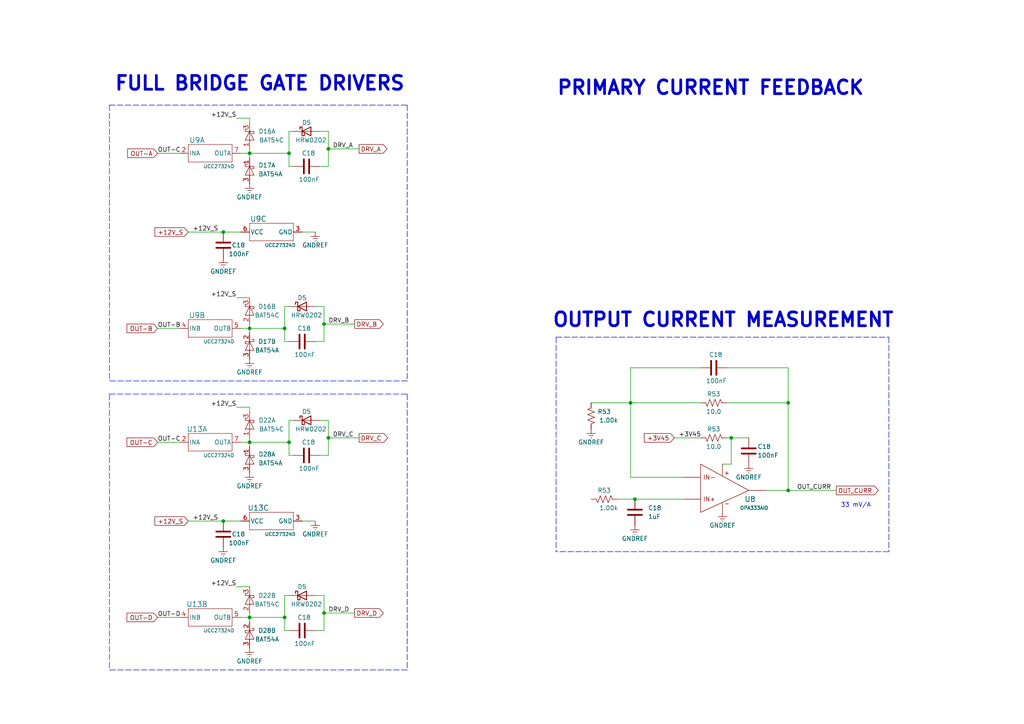
<source format=kicad_sch>
(kicad_sch (version 20230121) (generator eeschema)
  (paper "A4")
  (lib_symbols
    (symbol "Device:C" (pin_numbers hide) (pin_names (offset 0.254))
      (property "Reference" "C" (at 0.635 2.54 0))
      (property "Value" "C" (at 0.635 -2.54 0))
      (symbol "C_0_1"
        (polyline (pts (xy -2.032 -0.762) (xy 2.032 -0.762)) (stroke (width 0.508)))
        (polyline (pts (xy -2.032 0.762) (xy 2.032 0.762)) (stroke (width 0.508)))
      )
      (symbol "C_1_1"
        (pin passive line (at 0 3.81 270) (length 2.794) (name "~") (number "1"))
        (pin passive line (at 0 -3.81 90) (length 2.794) (name "~") (number "2"))
      )
    )
    (symbol "Device:D_Schottky" (pin_numbers hide) (pin_names (offset 1.016) hide)
      (property "Reference" "D" (at 0 2.54 0))
      (property "Value" "D_Schottky" (at 0 -2.54 0))
      (symbol "D_Schottky_0_1"
        (polyline (pts (xy 1.27 0) (xy -1.27 0)))
        (polyline (pts (xy 1.27 1.27) (xy 1.27 -1.27) (xy -1.27 0) (xy 1.27 1.27)) (stroke (width 0.254)))
        (polyline (pts (xy -1.905 0.635) (xy -1.905 1.27) (xy -1.27 1.27) (xy -1.27 -1.27) (xy -0.635 -1.27) (xy -0.635 -0.635)) (stroke (width 0.254)))
      )
      (symbol "D_Schottky_1_1"
        (pin passive line (at -3.81 0 0) (length 2.54) (name "K") (number "1"))
        (pin passive line (at 3.81 0 180) (length 2.54) (name "A") (number "2"))
      )
    )
    (symbol "Device:R_US" (pin_numbers hide) (pin_names (offset 0))
      (property "Reference" "R" (at 2.54 0 90))
      (property "Value" "R_US" (at -2.54 0 90))
      (symbol "R_US_0_1"
        (polyline (pts (xy 0 -2.286) (xy 0 -2.54)))
        (polyline (pts (xy 0 2.286) (xy 0 2.54)))
        (polyline (pts (xy 0 -0.762) (xy 1.016 -1.143) (xy 0 -1.524) (xy -1.016 -1.905) (xy 0 -2.286)))
        (polyline (pts (xy 0 0.762) (xy 1.016 0.381) (xy 0 0) (xy -1.016 -0.381) (xy 0 -0.762)))
        (polyline (pts (xy 0 2.286) (xy 1.016 1.905) (xy 0 1.524) (xy -1.016 1.143) (xy 0 0.762)))
      )
      (symbol "R_US_1_1"
        (pin passive line (at 0 3.81 270) (length 1.27) (name "~") (number "1"))
        (pin passive line (at 0 -3.81 90) (length 1.27) (name "~") (number "2"))
      )
    )
    (symbol "fb_smps_symbols:BAT54A" (pin_names (offset 1.016) hide)
      (property "Reference" "D" (at 0 2.54 0))
      (property "Value" "BAT54A" (at 0 -2.54 0))
      (symbol "BAT54A_0_1"
        (polyline (pts (xy 1.27 -1.27) (xy 1.27 1.27)))
        (polyline (pts (xy 1.27 0) (xy -1.27 0)))
        (polyline (pts (xy 1.27 1.27) (xy -1.27 0) (xy 1.27 -1.27)))
        (polyline (pts (xy -0.635 0.635) (xy -0.635 1.27) (xy -1.27 1.27) (xy -1.27 -1.27) (xy -1.905 -1.27) (xy -1.905 -0.635)))
      )
      (symbol "BAT54A_1_1"
        (pin passive line (at -3.81 0 0) (length 2.54) (name "K") (number "1"))
        (pin passive line (at 3.81 0 180) (length 2.54) (name "A") (number "3"))
      )
      (symbol "BAT54A_2_1"
        (pin passive line (at -3.81 0 0) (length 2.54) (name "K") (number "2"))
        (pin passive line (at 3.81 0 180) (length 2.54) (name "A") (number "3"))
      )
    )
    (symbol "fb_smps_symbols:BAT54C" (pin_names (offset 1.016) hide)
      (property "Reference" "D" (at 0 2.54 0))
      (property "Value" "BAT54C" (at 0 -2.54 0))
      (symbol "BAT54C_0_1"
        (polyline (pts (xy 1.27 -1.27) (xy 1.27 1.27)))
        (polyline (pts (xy 1.27 0) (xy -1.27 0)))
        (polyline (pts (xy 1.27 1.27) (xy -1.27 0) (xy 1.27 -1.27)))
        (polyline (pts (xy -0.635 0.635) (xy -0.635 1.27) (xy -1.27 1.27) (xy -1.27 -1.27) (xy -1.905 -1.27) (xy -1.905 -0.635)))
      )
      (symbol "BAT54C_1_1"
        (pin passive line (at 3.81 0 180) (length 2.54) (name "A") (number "1"))
        (pin passive line (at -3.81 0 0) (length 2.54) (name "K") (number "3"))
      )
      (symbol "BAT54C_2_1"
        (pin passive line (at 3.81 0 180) (length 2.54) (name "A") (number "2"))
        (pin passive line (at -3.81 0 0) (length 2.54) (name "K") (number "3"))
      )
    )
    (symbol "fb_smps_symbols:OPA333AID" (pin_names (offset 0.254))
      (property "Reference" "U" (at 16.51 -1.27 0))
      (property "Value" "OPA333AID" (at 10.16 -7.62 0))
      (symbol "OPA333AID_1_1"
        (polyline (pts (xy 0 -10.16) (xy 5.08 -10.16)))
        (polyline (pts (xy 5.08 -3.81) (xy 0 -3.81)))
        (polyline (pts (xy 11.43 0) (xy 11.43 -3.302)))
        (polyline (pts (xy 24.13 -7.62) (xy 19.05 -7.62)))
        (polyline (pts (xy 11.43 -11.303) (xy 11.43 -13.97) (xy 11.43 -13.97)))
        (polyline (pts (xy 5.08 -13.97) (xy 19.05 -7.62) (xy 5.08 0) (xy 5.08 -13.97)))
        (text "+\n" (at 12.7 -2.54 0) (effects (font (size 1.27 1.27))))
        (text "-\n" (at 12.7 -11.43 0) (effects (font (size 1.27 1.27))))
        (text "IN+\n" (at 7.62 -10.16 0) (effects (font (size 1.27 1.27))))
        (text "IN-" (at 7.62 -3.81 0) (effects (font (size 1.27 1.27))))
        (pin input line (at 0 -3.81 0) (length 5.08) hide (name "IN-") (number "2"))
        (pin input line (at 0 -10.16 0) (length 5.08) hide (name "IN+") (number "3"))
        (pin power_in line (at 11.43 -13.97 90) (length 2.54) hide (name "V-") (number "4"))
        (pin output line (at 24.13 -7.62 180) (length 5.08) hide (name "OUT") (number "6"))
        (pin power_in line (at 11.43 0 270) (length 2.54) hide (name "V+") (number "7"))
      )
    )
    (symbol "fb_smps_symbols:UCC27324D" (pin_names (offset 0.254))
      (property "Reference" "U" (at 5.08 1.27 0))
      (property "Value" "UCC27324D" (at 11.43 -6.35 0))
      (symbol "UCC27324D_0_1"
        (polyline (pts (xy 2.54 -5.08) (xy 15.24 -5.08)) (stroke (width 0.127)))
        (polyline (pts (xy 2.54 0) (xy 2.54 -5.08)) (stroke (width 0.127)))
        (polyline (pts (xy 15.24 -5.08) (xy 15.24 0)) (stroke (width 0.127)))
        (polyline (pts (xy 15.24 0) (xy 2.54 0)) (stroke (width 0.127)))
      )
      (symbol "UCC27324D_1_1"
        (pin input line (at 0 -2.54 0) (length 2.54) (name "INA") (number "2"))
        (pin output line (at 17.78 -2.54 180) (length 2.54) (name "OUTA") (number "7"))
      )
      (symbol "UCC27324D_2_1"
        (pin input line (at 0 -2.54 0) (length 2.54) (name "INB") (number "4"))
        (pin output line (at 17.78 -2.54 180) (length 2.54) (name "OUTB") (number "5"))
      )
      (symbol "UCC27324D_3_1"
        (pin power_in line (at 17.78 -2.54 180) (length 2.54) (name "GND") (number "3"))
        (pin power_in line (at 0 -2.54 0) (length 2.54) (name "VCC") (number "6"))
      )
    )
    (symbol "power:GNDREF" (power) (pin_names (offset 0))
      (property "Value" "GNDREF" (at 0 -3.81 0))
      (symbol "GNDREF_0_1"
        (polyline (pts (xy -0.635 -1.905) (xy 0.635 -1.905)))
        (polyline (pts (xy -0.127 -2.54) (xy 0.127 -2.54)))
        (polyline (pts (xy 0 -1.27) (xy 0 0)))
        (polyline (pts (xy 1.27 -1.27) (xy -1.27 -1.27)))
      )
      (symbol "GNDREF_1_1"
        (pin power_in line (at 0 0 270) (length 0) hide (name "GNDREF") (number "1"))
      )
    )
  )
  (junction (at 95.25 43.18))
  (junction (at 212.09 127))
  (junction (at 82.55 179.07))
  (junction (at 72.39 44.45))
  (junction (at 228.6 142.24))
  (junction (at 95.25 127))
  (junction (at 72.39 128.27))
  (junction (at 72.39 179.07))
  (junction (at 64.77 151.13))
  (junction (at 228.6 116.84))
  (junction (at 82.55 95.25))
  (junction (at 184.15 144.78))
  (junction (at 93.98 177.8))
  (junction (at 182.88 116.84))
  (junction (at 72.39 95.25))
  (junction (at 83.82 128.27))
  (junction (at 64.77 67.31))
  (junction (at 93.98 93.98))
  (junction (at 83.82 44.45))
  (wire (pts (xy 82.55 99.06) (xy 83.82 99.06)))
  (wire (pts (xy 184.15 144.78) (xy 198.12 144.78)))
  (wire (pts (xy 82.55 172.72) (xy 83.82 172.72)))
  (wire (pts (xy 72.39 44.45) (xy 83.82 44.45)))
  (polyline (pts (xy 31.75 30.48) (xy 118.11 30.48)) (stroke (width 0) (type dash)))
  (wire (pts (xy 212.09 127) (xy 217.17 127)))
  (wire (pts (xy 45.72 44.45) (xy 52.07 44.45)))
  (wire (pts (xy 82.55 88.9) (xy 83.82 88.9)))
  (wire (pts (xy 95.25 121.92) (xy 92.71 121.92)))
  (wire (pts (xy 171.45 116.84) (xy 182.88 116.84)))
  (wire (pts (xy 228.6 142.24) (xy 228.6 116.84)))
  (wire (pts (xy 198.12 138.43) (xy 182.88 138.43)))
  (wire (pts (xy 95.25 38.1) (xy 92.71 38.1)))
  (wire (pts (xy 83.82 48.26) (xy 83.82 44.45)))
  (wire (pts (xy 92.71 132.08) (xy 95.25 132.08)))
  (wire (pts (xy 45.72 128.27) (xy 52.07 128.27)))
  (wire (pts (xy 82.55 99.06) (xy 82.55 95.25)))
  (wire (pts (xy 82.55 182.88) (xy 82.55 179.07)))
  (wire (pts (xy 195.58 127) (xy 203.2 127)))
  (wire (pts (xy 182.88 116.84) (xy 203.2 116.84)))
  (wire (pts (xy 93.98 182.88) (xy 93.98 177.8)))
  (wire (pts (xy 212.09 127) (xy 210.82 127)))
  (polyline (pts (xy 118.11 110.49) (xy 31.75 110.49)) (stroke (width 0) (type dash)))
  (wire (pts (xy 93.98 99.06) (xy 93.98 93.98)))
  (polyline (pts (xy 257.81 160.02) (xy 161.29 160.02)) (stroke (width 0) (type dash)))
  (wire (pts (xy 95.25 48.26) (xy 95.25 43.18)))
  (wire (pts (xy 93.98 177.8) (xy 93.98 172.72)))
  (wire (pts (xy 72.39 95.25) (xy 82.55 95.25)))
  (polyline (pts (xy 118.11 194.31) (xy 31.75 194.31)) (stroke (width 0) (type dash)))
  (wire (pts (xy 92.71 48.26) (xy 95.25 48.26)))
  (wire (pts (xy 83.82 48.26) (xy 85.09 48.26)))
  (wire (pts (xy 95.25 127) (xy 95.25 121.92)))
  (polyline (pts (xy 161.29 97.79) (xy 257.81 97.79)) (stroke (width 0) (type dash)))
  (wire (pts (xy 210.82 116.84) (xy 228.6 116.84)))
  (wire (pts (xy 95.25 132.08) (xy 95.25 127)))
  (wire (pts (xy 82.55 182.88) (xy 83.82 182.88)))
  (wire (pts (xy 72.39 179.07) (xy 72.39 180.34)))
  (wire (pts (xy 69.85 44.45) (xy 72.39 44.45)))
  (wire (pts (xy 87.63 67.31) (xy 91.44 67.31)))
  (wire (pts (xy 72.39 95.25) (xy 72.39 93.98)))
  (wire (pts (xy 45.72 95.25) (xy 52.07 95.25)))
  (polyline (pts (xy 118.11 30.48) (xy 118.11 110.49)) (stroke (width 0) (type dash)))
  (wire (pts (xy 212.09 134.62) (xy 212.09 127)))
  (polyline (pts (xy 257.81 97.79) (xy 257.81 160.02)) (stroke (width 0) (type dash)))
  (wire (pts (xy 91.44 99.06) (xy 93.98 99.06)))
  (wire (pts (xy 83.82 132.08) (xy 83.82 128.27)))
  (wire (pts (xy 209.55 134.62) (xy 212.09 134.62)))
  (wire (pts (xy 179.07 144.78) (xy 184.15 144.78)))
  (wire (pts (xy 72.39 44.45) (xy 72.39 43.18)))
  (polyline (pts (xy 31.75 114.3) (xy 118.11 114.3)) (stroke (width 0) (type dash)))
  (polyline (pts (xy 31.75 30.48) (xy 31.75 110.49)) (stroke (width 0) (type dash)))
  (wire (pts (xy 95.25 127) (xy 104.14 127)))
  (wire (pts (xy 95.25 43.18) (xy 95.25 38.1)))
  (wire (pts (xy 83.82 38.1) (xy 85.09 38.1)))
  (wire (pts (xy 68.58 118.11) (xy 72.39 118.11)))
  (wire (pts (xy 91.44 182.88) (xy 93.98 182.88)))
  (wire (pts (xy 72.39 128.27) (xy 72.39 129.54)))
  (wire (pts (xy 69.85 179.07) (xy 72.39 179.07)))
  (wire (pts (xy 64.77 151.13) (xy 69.85 151.13)))
  (polyline (pts (xy 161.29 97.79) (xy 161.29 160.02)) (stroke (width 0) (type dash)))
  (wire (pts (xy 72.39 128.27) (xy 83.82 128.27)))
  (wire (pts (xy 87.63 151.13) (xy 91.44 151.13)))
  (wire (pts (xy 64.77 67.31) (xy 69.85 67.31)))
  (wire (pts (xy 54.61 67.31) (xy 64.77 67.31)))
  (wire (pts (xy 83.82 132.08) (xy 85.09 132.08)))
  (wire (pts (xy 72.39 179.07) (xy 82.55 179.07)))
  (wire (pts (xy 203.2 106.68) (xy 182.88 106.68)))
  (wire (pts (xy 68.58 34.29) (xy 72.39 34.29)))
  (wire (pts (xy 83.82 121.92) (xy 85.09 121.92)))
  (wire (pts (xy 68.58 86.36) (xy 72.39 86.36)))
  (wire (pts (xy 182.88 138.43) (xy 182.88 116.84)))
  (wire (pts (xy 82.55 95.25) (xy 82.55 88.9)))
  (wire (pts (xy 68.58 170.18) (xy 72.39 170.18)))
  (wire (pts (xy 72.39 34.29) (xy 72.39 35.56)))
  (polyline (pts (xy 118.11 114.3) (xy 118.11 194.31)) (stroke (width 0) (type dash)))
  (wire (pts (xy 228.6 106.68) (xy 228.6 116.84)))
  (wire (pts (xy 72.39 118.11) (xy 72.39 119.38)))
  (wire (pts (xy 228.6 142.24) (xy 242.57 142.24)))
  (wire (pts (xy 69.85 95.25) (xy 72.39 95.25)))
  (wire (pts (xy 69.85 128.27) (xy 72.39 128.27)))
  (polyline (pts (xy 31.75 114.3) (xy 31.75 194.31)) (stroke (width 0) (type dash)))
  (wire (pts (xy 93.98 93.98) (xy 102.87 93.98)))
  (wire (pts (xy 82.55 179.07) (xy 82.55 172.72)))
  (wire (pts (xy 93.98 93.98) (xy 93.98 88.9)))
  (wire (pts (xy 222.25 142.24) (xy 228.6 142.24)))
  (wire (pts (xy 72.39 179.07) (xy 72.39 177.8)))
  (wire (pts (xy 93.98 88.9) (xy 91.44 88.9)))
  (wire (pts (xy 83.82 128.27) (xy 83.82 121.92)))
  (wire (pts (xy 45.72 179.07) (xy 52.07 179.07)))
  (wire (pts (xy 72.39 44.45) (xy 72.39 45.72)))
  (wire (pts (xy 95.25 43.18) (xy 104.14 43.18)))
  (wire (pts (xy 72.39 128.27) (xy 72.39 127)))
  (wire (pts (xy 93.98 172.72) (xy 91.44 172.72)))
  (wire (pts (xy 54.61 151.13) (xy 64.77 151.13)))
  (wire (pts (xy 83.82 44.45) (xy 83.82 38.1)))
  (wire (pts (xy 93.98 177.8) (xy 102.87 177.8)))
  (wire (pts (xy 182.88 106.68) (xy 182.88 116.84)))
  (wire (pts (xy 228.6 106.68) (xy 210.82 106.68)))
  (wire (pts (xy 72.39 95.25) (xy 72.39 96.52)))
  (text "PRIMARY CURRENT FEEDBACK" (at 161.29 27.94 0) (effects (font (size 4 4) (thickness 0.8) bold) (justify left bottom)))
  (text "OUTPUT CURRENT MEASUREMENT\n" (at 160.02 95.25 0) (effects (font (size 4 4) (thickness 0.8) bold) (justify left bottom)))
  (text "FULL BRIDGE GATE DRIVERS" (at 33.02 26.67 0) (effects (font (size 4 4) (thickness 0.8) bold) (justify left bottom)))
  (text "33 mV/A\n" (at 243.84 147.32 0) (effects (font (size 1.27 1.27)) (justify left bottom)))
  (label "OUT-B" (at 45.72 95.25 0))
  (label "+12V_S" (at 68.58 170.18 180))
  (label "+3V45" (at 196.85 127 0))
  (label "+12V_S" (at 55.88 151.13 0))
  (label "+12V_S" (at 68.58 34.29 180))
  (label "DRV_D" (at 95.25 177.8 0))
  (label "DRV_A" (at 96.52 43.18 0))
  (label "OUT_CURR" (at 231.14 142.24 0))
  (label "OUT-D" (at 45.72 179.07 0))
  (label "DRV_C" (at 96.52 127 0))
  (label "OUT-C" (at 45.72 128.27 0))
  (label "+12V_S" (at 68.58 86.36 180))
  (label "OUT-C" (at 45.72 44.45 0))
  (label "DRV_B" (at 95.25 93.98 0))
  (label "+12V_S" (at 68.58 118.11 180))
  (label "+12V_S" (at 55.88 67.31 0))
  (global_label "OUT-A" (shape input) (at 45.72 44.45 180) (property "Intersheetrefs" "${INTERSHEET_REFS}" (effects hide)))
  (global_label "OUT-B" (shape input) (at 45.72 95.25 180) (property "Intersheetrefs" "${INTERSHEET_REFS}" (effects hide)))
  (global_label "+3V45" (shape input) (at 195.58 127 180) (property "Intersheetrefs" "${INTERSHEET_REFS}" (effects hide)))
  (global_label "DRV_C" (shape output) (at 104.14 127 0) (property "Intersheetrefs" "${INTERSHEET_REFS}" (effects hide)))
  (global_label "+12V_S" (shape input) (at 54.61 151.13 180) (property "Intersheetrefs" "${INTERSHEET_REFS}" (effects hide)))
  (global_label "OUT-D" (shape input) (at 45.72 179.07 180) (property "Intersheetrefs" "${INTERSHEET_REFS}" (effects hide)))
  (global_label "DRV_B" (shape output) (at 102.87 93.98 0) (property "Intersheetrefs" "${INTERSHEET_REFS}" (effects hide)))
  (global_label "DRV_D" (shape output) (at 102.87 177.8 0) (property "Intersheetrefs" "${INTERSHEET_REFS}" (effects hide)))
  (global_label "OUT_CURR" (shape output) (at 242.57 142.24 0) (property "Intersheetrefs" "${INTERSHEET_REFS}" (effects hide)))
  (global_label "OUT-C" (shape input) (at 45.72 128.27 180) (property "Intersheetrefs" "${INTERSHEET_REFS}" (effects hide)))
  (global_label "DRV_A" (shape output) (at 104.14 43.18 0) (property "Intersheetrefs" "${INTERSHEET_REFS}" (effects hide)))
  (global_label "+12V_S" (shape input) (at 54.61 67.31 180) (property "Intersheetrefs" "${INTERSHEET_REFS}" (effects hide)))
  (symbol (lib_id "fb_smps_symbols:UCC27324D") (at 52.07 41.91 0) (unit 1)
    (property "Reference" "U19" (at 57.15 40.64 0) (effects (font (size 1.524 1.524))))
    (property "Value" "UCC27324D" (at 63.5 48.26 0) (effects (font (size 1 1))))
    (property "Footprint" "fb_smps_footprints:UCC27324D" (effects hide))
    (property "Datasheet" "UCC27323D" (effects hide))
    (instances (project "full_bridge_smps" (path "" (reference "U9") (unit 1))))
  )
  (symbol (lib_id "Device:C") (at 87.63 182.88 90) (mirror x) (unit 1)
    (property "Reference" "C18" (at 90.17 179.07 90) (effects (justify left)))
    (property "Value" "100nF" (at 91.44 186.69 90) (effects (justify left)))
    (instances (project "full_bridge_smps" (path "" (reference "C18") (unit 1)) (path "" (reference "C48") (unit 1)) (path "" (reference "C28") (unit 1)) (path "" (reference "C75") (unit 1))))
  )
  (symbol (lib_id "fb_smps_symbols:UCC27324D") (at 52.07 176.53 0) (unit 2)
    (property "Reference" "U10" (at 57.15 175.26 0) (effects (font (size 1.524 1.524))))
    (property "Value" "UCC27324D" (at 63.5 182.88 0) (effects (font (size 1 1))))
    (property "Footprint" "fb_smps_footprints:UCC27324D" (effects hide))
    (property "Datasheet" "UCC27323D" (effects hide))
    (instances (project "full_bridge_smps" (path "" (reference "U13") (unit 2))))
  )
  (symbol (lib_id "power:GNDREF") (at 91.44 151.13 0) (mirror y) (unit 1)
    (property "Reference" "#PWR071" (effects hide))
    (property "Value" "GNDREF" (at 91.44 154.94 0))
    (instances (project "full_bridge_smps" (path "" (reference "#PWR071") (unit 1)) (path "" (reference "#PWR041") (unit 1)) (path "" (reference "#PWR088") (unit 1)) (path "" (reference "#PWR0121") (unit 1))))
  )
  (symbol (lib_id "Device:R_US") (at 207.01 127 90) (mirror x) (unit 1)
    (property "Reference" "R53" (at 207.01 124.46 90))
    (property "Value" "10.0" (at 207.01 129.54 90))
    (instances (project "full_bridge_smps" (path "" (reference "R53") (unit 1)) (path "" (reference "R80") (unit 1)) (path "" (reference "R90") (unit 1)) (path "" (reference "R49") (unit 1))))
  )
  (symbol (lib_id "power:GNDREF") (at 72.39 53.34 0) (mirror y) (unit 1)
    (property "Reference" "#PWR071" (effects hide))
    (property "Value" "GNDREF" (at 72.39 57.15 0))
    (instances (project "full_bridge_smps" (path "" (reference "#PWR071") (unit 1)) (path "" (reference "#PWR041") (unit 1)) (path "" (reference "#PWR088") (unit 1)) (path "" (reference "#PWR0116") (unit 1))))
  )
  (symbol (lib_id "Device:D_Schottky") (at 88.9 38.1 0) (unit 1)
    (property "Reference" "D5" (at 88.9 35.56 0))
    (property "Value" "HRW0202" (at 90.17 40.64 0))
    (instances (project "full_bridge_smps" (path "" (reference "D5") (unit 1)) (path "" (reference "D10") (unit 1)) (path "" (reference "D30") (unit 1)) (path "" (reference "D34") (unit 1))))
  )
  (symbol (lib_id "fb_smps_symbols:BAT54C") (at 72.39 123.19 270) (unit 1)
    (property "Reference" "D20" (at 77.47 121.92 90))
    (property "Value" "BAT54C" (at 78.74 124.46 90))
    (property "Footprint" "fb_smps_footprints:BAT54C" (effects hide))
    (instances (project "full_bridge_smps" (path "" (reference "D22") (unit 1))))
  )
  (symbol (lib_id "Device:C") (at 184.15 148.59 0) (mirror x) (unit 1)
    (property "Reference" "C18" (at 187.96 147.32 0) (effects (justify left)))
    (property "Value" "1uF" (at 187.96 149.86 0) (effects (justify left)))
    (instances (project "full_bridge_smps" (path "" (reference "C18") (unit 1)) (path "" (reference "C48") (unit 1)) (path "" (reference "C28") (unit 1)) (path "" (reference "C45") (unit 1))))
  )
  (symbol (lib_id "Device:R_US") (at 207.01 116.84 90) (mirror x) (unit 1)
    (property "Reference" "R53" (at 207.01 114.3 90))
    (property "Value" "10.0" (at 207.01 119.38 90))
    (instances (project "full_bridge_smps" (path "" (reference "R53") (unit 1)) (path "" (reference "R80") (unit 1)) (path "" (reference "R90") (unit 1)) (path "" (reference "R48") (unit 1))))
  )
  (symbol (lib_id "power:GNDREF") (at 72.39 137.16 0) (mirror y) (unit 1)
    (property "Reference" "#PWR071" (effects hide))
    (property "Value" "GNDREF" (at 72.39 140.97 0))
    (instances (project "full_bridge_smps" (path "" (reference "#PWR071") (unit 1)) (path "" (reference "#PWR041") (unit 1)) (path "" (reference "#PWR088") (unit 1)) (path "" (reference "#PWR0118") (unit 1))))
  )
  (symbol (lib_id "power:GNDREF") (at 184.15 152.4 0) (mirror y) (unit 1)
    (property "Reference" "#PWR071" (effects hide))
    (property "Value" "GNDREF" (at 184.15 156.21 0))
    (instances (project "full_bridge_smps" (path "" (reference "#PWR071") (unit 1)) (path "" (reference "#PWR041") (unit 1)) (path "" (reference "#PWR088") (unit 1)) (path "" (reference "#PWR0101") (unit 1))))
  )
  (symbol (lib_id "Device:R_US") (at 175.26 144.78 90) (mirror x) (unit 1)
    (property "Reference" "R53" (at 175.26 142.24 90))
    (property "Value" "1.00k" (at 176.53 147.32 90))
    (instances (project "full_bridge_smps" (path "" (reference "R53") (unit 1)) (path "" (reference "R80") (unit 1)) (path "" (reference "R90") (unit 1)) (path "" (reference "R46") (unit 1))))
  )
  (symbol (lib_id "Device:C") (at 88.9 132.08 90) (mirror x) (unit 1)
    (property "Reference" "C18" (at 91.44 128.27 90) (effects (justify left)))
    (property "Value" "100nF" (at 92.71 135.89 90) (effects (justify left)))
    (instances (project "full_bridge_smps" (path "" (reference "C18") (unit 1)) (path "" (reference "C48") (unit 1)) (path "" (reference "C28") (unit 1)) (path "" (reference "C85") (unit 1))))
  )
  (symbol (lib_id "power:GNDREF") (at 91.44 67.31 0) (mirror y) (unit 1)
    (property "Reference" "#PWR071" (effects hide))
    (property "Value" "GNDREF" (at 91.44 71.12 0))
    (instances (project "full_bridge_smps" (path "" (reference "#PWR071") (unit 1)) (path "" (reference "#PWR041") (unit 1)) (path "" (reference "#PWR088") (unit 1)) (path "" (reference "#PWR0120") (unit 1))))
  )
  (symbol (lib_id "power:GNDREF") (at 171.45 124.46 0) (mirror y) (unit 1)
    (property "Reference" "#PWR071" (effects hide))
    (property "Value" "GNDREF" (at 171.45 128.27 0))
    (instances (project "full_bridge_smps" (path "" (reference "#PWR071") (unit 1)) (path "" (reference "#PWR041") (unit 1)) (path "" (reference "#PWR088") (unit 1)) (path "" (reference "#PWR0100") (unit 1))))
  )
  (symbol (lib_id "fb_smps_symbols:BAT54C") (at 72.39 90.17 270) (unit 2)
    (property "Reference" "D18" (at 77.47 88.9 90))
    (property "Value" "BAT54C" (at 77.47 91.44 90))
    (property "Footprint" "fb_smps_footprints:BAT54C" (effects hide))
    (instances (project "full_bridge_smps" (path "" (reference "D16") (unit 2))))
  )
  (symbol (lib_id "fb_smps_symbols:OPA333AID") (at 198.12 134.62 0) (unit 1)
    (property "Reference" "U8" (at 215.9 144.78 0) (effects (font (size 1.524 1.524)) (justify left)))
    (property "Value" "OPA333AID" (at 214.63 147.32 0) (effects (font (size 1 1)) (justify left)))
    (property "Footprint" "fb_smps_footprints:OPA333AID" (effects hide))
    (property "Datasheet" "OPA333AID" (effects hide))
  )
  (symbol (lib_id "fb_smps_symbols:BAT54A") (at 72.39 100.33 90) (mirror x) (unit 2)
    (property "Reference" "D19" (at 77.47 99.06 90))
    (property "Value" "BAT54A" (at 77.47 101.6 90))
    (property "Footprint" "fb_smps_footprints:BAT54A" (effects hide))
    (instances (project "full_bridge_smps" (path "" (reference "D17") (unit 2))))
  )
  (symbol (lib_id "Device:C") (at 88.9 48.26 90) (mirror x) (unit 1)
    (property "Reference" "C18" (at 91.44 44.45 90) (effects (justify left)))
    (property "Value" "100nF" (at 92.71 52.07 90) (effects (justify left)))
    (instances (project "full_bridge_smps" (path "" (reference "C18") (unit 1)) (path "" (reference "C48") (unit 1)) (path "" (reference "C28") (unit 1)) (path "" (reference "C81") (unit 1))))
  )
  (symbol (lib_id "fb_smps_symbols:BAT54A") (at 72.39 49.53 270) (unit 1)
    (property "Reference" "D23" (at 74.93 47.9425 90) (effects (justify left)))
    (property "Value" "BAT54A" (at 74.93 50.4825 90) (effects (justify left)))
    (property "Footprint" "fb_smps_footprints:BAT54A" (effects hide))
    (instances (project "full_bridge_smps" (path "" (reference "D17") (unit 1))))
  )
  (symbol (lib_id "fb_smps_symbols:UCC27324D") (at 52.07 125.73 0) (unit 1)
    (property "Reference" "U10" (at 57.15 124.46 0) (effects (font (size 1.524 1.524))))
    (property "Value" "UCC27324D" (at 63.5 132.08 0) (effects (font (size 1 1))))
    (property "Footprint" "fb_smps_footprints:UCC27324D" (effects hide))
    (property "Datasheet" "UCC27323D" (effects hide))
    (instances (project "full_bridge_smps" (path "" (reference "U13") (unit 1))))
  )
  (symbol (lib_id "Device:R_US") (at 171.45 120.65 0) (mirror y) (unit 1)
    (property "Reference" "R53" (at 175.26 119.38 0))
    (property "Value" "1.00k" (at 176.53 121.92 0))
    (instances (project "full_bridge_smps" (path "" (reference "R53") (unit 1)) (path "" (reference "R80") (unit 1)) (path "" (reference "R90") (unit 1)) (path "" (reference "R47") (unit 1))))
  )
  (symbol (lib_id "fb_smps_symbols:UCC27324D") (at 69.85 148.59 0) (unit 3)
    (property "Reference" "U10" (at 74.93 147.32 0) (effects (font (size 1.524 1.524))))
    (property "Value" "UCC27324D" (at 81.28 154.94 0) (effects (font (size 1 1))))
    (property "Footprint" "fb_smps_footprints:UCC27324D" (effects hide))
    (property "Datasheet" "UCC27323D" (effects hide))
    (instances (project "full_bridge_smps" (path "" (reference "U13") (unit 3))))
  )
  (symbol (lib_id "Device:D_Schottky") (at 88.9 121.92 0) (unit 1)
    (property "Reference" "D5" (at 88.9 119.38 0))
    (property "Value" "HRW0202" (at 90.17 124.46 0))
    (instances (project "full_bridge_smps" (path "" (reference "D5") (unit 1)) (path "" (reference "D10") (unit 1)) (path "" (reference "D30") (unit 1)) (path "" (reference "D35") (unit 1))))
  )
  (symbol (lib_id "Device:C") (at 217.17 130.81 0) (mirror x) (unit 1)
    (property "Reference" "C18" (at 219.71 129.54 0) (effects (justify left)))
    (property "Value" "100nF" (at 219.71 132.08 0) (effects (justify left)))
    (instances (project "full_bridge_smps" (path "" (reference "C18") (unit 1)) (path "" (reference "C48") (unit 1)) (path "" (reference "C28") (unit 1)) (path "" (reference "C52") (unit 1))))
  )
  (symbol (lib_id "fb_smps_symbols:UCC27324D") (at 69.85 64.77 0) (unit 3)
    (property "Reference" "U19" (at 74.93 63.5 0) (effects (font (size 1.524 1.524))))
    (property "Value" "UCC27324D" (at 81.28 71.12 0) (effects (font (size 1 1))))
    (property "Footprint" "fb_smps_footprints:UCC27324D" (effects hide))
    (property "Datasheet" "UCC27323D" (effects hide))
    (instances (project "full_bridge_smps" (path "" (reference "U9") (unit 3))))
  )
  (symbol (lib_id "Device:D_Schottky") (at 87.63 172.72 0) (unit 1)
    (property "Reference" "D5" (at 87.63 170.18 0))
    (property "Value" "HRW0202" (at 88.9 175.26 0))
    (instances (project "full_bridge_smps" (path "" (reference "D5") (unit 1)) (path "" (reference "D10") (unit 1)) (path "" (reference "D30") (unit 1)) (path "" (reference "D33") (unit 1))))
  )
  (symbol (lib_id "fb_smps_symbols:BAT54C") (at 72.39 39.37 270) (unit 1)
    (property "Reference" "D23" (at 77.47 38.1 90))
    (property "Value" "BAT54C" (at 78.74 40.64 90))
    (property "Footprint" "fb_smps_footprints:BAT54C" (effects hide))
    (instances (project "full_bridge_smps" (path "" (reference "D16") (unit 1))))
  )
  (symbol (lib_id "power:GNDREF") (at 72.39 104.14 0) (mirror y) (unit 1)
    (property "Reference" "#PWR071" (effects hide))
    (property "Value" "GNDREF" (at 72.39 107.95 0))
    (instances (project "full_bridge_smps" (path "" (reference "#PWR071") (unit 1)) (path "" (reference "#PWR041") (unit 1)) (path "" (reference "#PWR088") (unit 1)) (path "" (reference "#PWR0117") (unit 1))))
  )
  (symbol (lib_id "power:GNDREF") (at 217.17 134.62 0) (mirror y) (unit 1)
    (property "Reference" "#PWR071" (effects hide))
    (property "Value" "GNDREF" (at 217.17 138.43 0))
    (instances (project "full_bridge_smps" (path "" (reference "#PWR071") (unit 1)) (path "" (reference "#PWR041") (unit 1)) (path "" (reference "#PWR088") (unit 1)) (path "" (reference "#PWR0103") (unit 1))))
  )
  (symbol (lib_id "Device:C") (at 64.77 71.12 0) (mirror y) (unit 1)
    (property "Reference" "C18" (at 71.12 71.12 0) (effects (justify left)))
    (property "Value" "100nF" (at 72.39 73.66 0) (effects (justify left)))
    (instances (project "full_bridge_smps" (path "" (reference "C18") (unit 1)) (path "" (reference "C48") (unit 1)) (path "" (reference "C28") (unit 1)) (path "" (reference "C64") (unit 1))))
  )
  (symbol (lib_id "power:GNDREF") (at 64.77 74.93 0) (mirror y) (unit 1)
    (property "Reference" "#PWR071" (effects hide))
    (property "Value" "GNDREF" (at 64.77 78.74 0))
    (instances (project "full_bridge_smps" (path "" (reference "#PWR071") (unit 1)) (path "" (reference "#PWR041") (unit 1)) (path "" (reference "#PWR088") (unit 1)) (path "" (reference "#PWR0114") (unit 1))))
  )
  (symbol (lib_id "power:GNDREF") (at 209.55 148.59 0) (mirror y) (unit 1)
    (property "Reference" "#PWR071" (effects hide))
    (property "Value" "GNDREF" (at 209.55 152.4 0))
    (instances (project "full_bridge_smps" (path "" (reference "#PWR071") (unit 1)) (path "" (reference "#PWR041") (unit 1)) (path "" (reference "#PWR088") (unit 1)) (path "" (reference "#PWR0102") (unit 1))))
  )
  (symbol (lib_id "fb_smps_symbols:BAT54C") (at 72.39 173.99 270) (unit 2)
    (property "Reference" "D20" (at 77.47 172.72 90))
    (property "Value" "BAT54C" (at 77.47 175.26 90))
    (property "Footprint" "fb_smps_footprints:BAT54C" (effects hide))
    (instances (project "full_bridge_smps" (path "" (reference "D22") (unit 2))))
  )
  (symbol (lib_id "power:GNDREF") (at 72.39 187.96 0) (mirror y) (unit 1)
    (property "Reference" "#PWR071" (effects hide))
    (property "Value" "GNDREF" (at 72.39 191.77 0))
    (instances (project "full_bridge_smps" (path "" (reference "#PWR071") (unit 1)) (path "" (reference "#PWR041") (unit 1)) (path "" (reference "#PWR088") (unit 1)) (path "" (reference "#PWR0119") (unit 1))))
  )
  (symbol (lib_id "Device:C") (at 87.63 99.06 90) (mirror x) (unit 1)
    (property "Reference" "C18" (at 90.17 95.25 90) (effects (justify left)))
    (property "Value" "100nF" (at 91.44 102.87 90) (effects (justify left)))
    (instances (project "full_bridge_smps" (path "" (reference "C18") (unit 1)) (path "" (reference "C48") (unit 1)) (path "" (reference "C28") (unit 1)) (path "" (reference "C66") (unit 1))))
  )
  (symbol (lib_id "Device:C") (at 207.01 106.68 90) (mirror x) (unit 1)
    (property "Reference" "C18" (at 209.55 102.87 90) (effects (justify left)))
    (property "Value" "100nF" (at 210.82 110.49 90) (effects (justify left)))
    (instances (project "full_bridge_smps" (path "" (reference "C18") (unit 1)) (path "" (reference "C48") (unit 1)) (path "" (reference "C28") (unit 1)) (path "" (reference "C51") (unit 1))))
  )
  (symbol (lib_id "Device:D_Schottky") (at 87.63 88.9 0) (unit 1)
    (property "Reference" "D5" (at 87.63 86.36 0))
    (property "Value" "HRW0202" (at 88.9 91.44 0))
    (instances (project "full_bridge_smps" (path "" (reference "D5") (unit 1)) (path "" (reference "D10") (unit 1)) (path "" (reference "D30") (unit 1)) (path "" (reference "D32") (unit 1))))
  )
  (symbol (lib_id "power:GNDREF") (at 64.77 158.75 0) (mirror y) (unit 1)
    (property "Reference" "#PWR071" (effects hide))
    (property "Value" "GNDREF" (at 64.77 162.56 0))
    (instances (project "full_bridge_smps" (path "" (reference "#PWR071") (unit 1)) (path "" (reference "#PWR041") (unit 1)) (path "" (reference "#PWR088") (unit 1)) (path "" (reference "#PWR0115") (unit 1))))
  )
  (symbol (lib_id "fb_smps_symbols:UCC27324D") (at 52.07 92.71 0) (unit 2)
    (property "Reference" "U19" (at 57.15 91.44 0) (effects (font (size 1.524 1.524))))
    (property "Value" "UCC27324D" (at 63.5 99.06 0) (effects (font (size 1 1))))
    (property "Footprint" "fb_smps_footprints:UCC27324D" (effects hide))
    (property "Datasheet" "UCC27323D" (effects hide))
    (instances (project "full_bridge_smps" (path "" (reference "U9") (unit 2))))
  )
  (symbol (lib_id "fb_smps_symbols:BAT54A") (at 72.39 184.15 90) (mirror x) (unit 2)
    (property "Reference" "D20" (at 77.47 182.88 90))
    (property "Value" "BAT54A" (at 77.47 185.42 90))
    (property "Footprint" "fb_smps_footprints:BAT54A" (effects hide))
    (instances (project "full_bridge_smps" (path "" (reference "D28") (unit 2))))
  )
  (symbol (lib_id "Device:C") (at 64.77 154.94 0) (mirror y) (unit 1)
    (property "Reference" "C18" (at 71.12 154.94 0) (effects (justify left)))
    (property "Value" "100nF" (at 72.39 157.48 0) (effects (justify left)))
    (instances (project "full_bridge_smps" (path "" (reference "C18") (unit 1)) (path "" (reference "C48") (unit 1)) (path "" (reference "C28") (unit 1)) (path "" (reference "C65") (unit 1))))
  )
  (symbol (lib_id "fb_smps_symbols:BAT54A") (at 72.39 133.35 270) (unit 1)
    (property "Reference" "D20" (at 74.93 131.7625 90) (effects (justify left)))
    (property "Value" "BAT54A" (at 74.93 134.3025 90) (effects (justify left)))
    (property "Footprint" "fb_smps_footprints:BAT54A" (effects hide))
    (instances (project "full_bridge_smps" (path "" (reference "D28") (unit 1))))
  )
)
</source>
